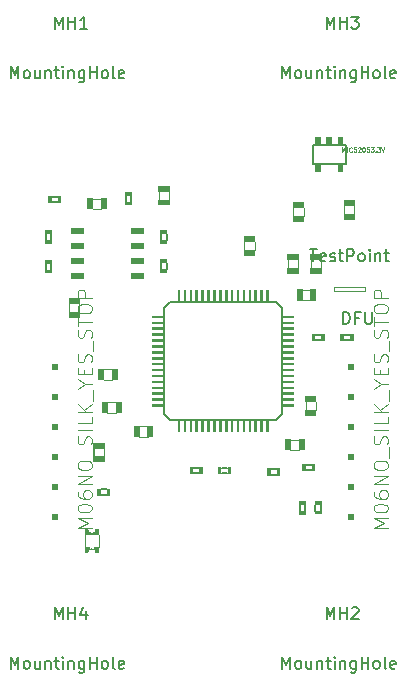
<source format=gbr>
G04 #@! TF.GenerationSoftware,KiCad,Pcbnew,5.0.2+dfsg1-1*
G04 #@! TF.CreationDate,2020-08-15T21:59:55-04:00*
G04 #@! TF.ProjectId,interceptor,696e7465-7263-4657-9074-6f722e6b6963,rev?*
G04 #@! TF.SameCoordinates,Original*
G04 #@! TF.FileFunction,Other,Fab,Top*
%FSLAX46Y46*%
G04 Gerber Fmt 4.6, Leading zero omitted, Abs format (unit mm)*
G04 Created by KiCad (PCBNEW 5.0.2+dfsg1-1) date Sat 15 Aug 2020 09:59:55 PM EDT*
%MOMM*%
%LPD*%
G01*
G04 APERTURE LIST*
%ADD10C,0.100000*%
%ADD11C,0.101600*%
%ADD12C,0.152400*%
%ADD13C,0.120000*%
%ADD14C,0.030886*%
%ADD15C,0.096520*%
%ADD16C,0.150000*%
G04 APERTURE END LIST*
D10*
G04 #@! TO.C,U6*
G36*
X134200000Y-98550000D02*
X134200000Y-98060000D01*
X133100000Y-98060000D01*
X133100000Y-98550000D01*
X134200000Y-98550000D01*
G37*
G36*
X134200000Y-97280000D02*
X134200000Y-96790000D01*
X133100000Y-96790000D01*
X133100000Y-97280000D01*
X134200000Y-97280000D01*
G37*
G36*
X134200000Y-96010000D02*
X134200000Y-95520000D01*
X133100000Y-95520000D01*
X133100000Y-96010000D01*
X134200000Y-96010000D01*
G37*
G36*
X134200000Y-94740000D02*
X134200000Y-94250000D01*
X133100000Y-94250000D01*
X133100000Y-94740000D01*
X134200000Y-94740000D01*
G37*
G36*
X139300000Y-94740000D02*
X139300000Y-94250000D01*
X138200000Y-94250000D01*
X138200000Y-94740000D01*
X139300000Y-94740000D01*
G37*
G36*
X139300000Y-96010000D02*
X139300000Y-95520000D01*
X138200000Y-95520000D01*
X138200000Y-96010000D01*
X139300000Y-96010000D01*
G37*
G36*
X139300000Y-97280000D02*
X139300000Y-96790000D01*
X138200000Y-96790000D01*
X138200000Y-97280000D01*
X139300000Y-97280000D01*
G37*
G36*
X139300000Y-98550000D02*
X139300000Y-98060000D01*
X138200000Y-98060000D01*
X138200000Y-98550000D01*
X139300000Y-98550000D01*
G37*
G04 #@! TO.C,C1*
G36*
X153402100Y-100385100D02*
X153902200Y-100385100D01*
X153902200Y-99435100D01*
X153402100Y-99435100D01*
X153402100Y-100385100D01*
G37*
G36*
X152233700Y-100385100D02*
X152733800Y-100385100D01*
X152733800Y-99435100D01*
X152233700Y-99435100D01*
X152233700Y-100385100D01*
G37*
D11*
X152715900Y-100334200D02*
X153427900Y-100334200D01*
X152715900Y-99483200D02*
X153427900Y-99483200D01*
D10*
G04 #@! TO.C,C10*
G36*
X152398800Y-96943400D02*
X152398800Y-96443300D01*
X151448800Y-96443300D01*
X151448800Y-96943400D01*
X152398800Y-96943400D01*
G37*
G36*
X152398800Y-98111800D02*
X152398800Y-97611700D01*
X151448800Y-97611700D01*
X151448800Y-98111800D01*
X152398800Y-98111800D01*
G37*
D11*
X152347900Y-97629600D02*
X152347900Y-96917600D01*
X151496900Y-97629600D02*
X151496900Y-96917600D01*
D10*
G04 #@! TO.C,C11*
G36*
X138938900Y-110991700D02*
X138438800Y-110991700D01*
X138438800Y-111941700D01*
X138938900Y-111941700D01*
X138938900Y-110991700D01*
G37*
G36*
X140107300Y-110991700D02*
X139607200Y-110991700D01*
X139607200Y-111941700D01*
X140107300Y-111941700D01*
X140107300Y-110991700D01*
G37*
D11*
X139625100Y-111042600D02*
X138913100Y-111042600D01*
X139625100Y-111893600D02*
X138913100Y-111893600D01*
D10*
G04 #@! TO.C,C12*
G36*
X154354600Y-96943400D02*
X154354600Y-96443300D01*
X153404600Y-96443300D01*
X153404600Y-96943400D01*
X154354600Y-96943400D01*
G37*
G36*
X154354600Y-98111800D02*
X154354600Y-97611700D01*
X153404600Y-97611700D01*
X153404600Y-98111800D01*
X154354600Y-98111800D01*
G37*
D11*
X154303700Y-97629600D02*
X154303700Y-96917600D01*
X153452700Y-97629600D02*
X153452700Y-96917600D01*
D10*
G04 #@! TO.C,C13*
G36*
X136246500Y-108959700D02*
X135746400Y-108959700D01*
X135746400Y-109909700D01*
X136246500Y-109909700D01*
X136246500Y-108959700D01*
G37*
G36*
X137414900Y-108959700D02*
X136914800Y-108959700D01*
X136914800Y-109909700D01*
X137414900Y-109909700D01*
X137414900Y-108959700D01*
G37*
D11*
X136932700Y-109010600D02*
X136220700Y-109010600D01*
X136932700Y-109861600D02*
X136220700Y-109861600D01*
D10*
G04 #@! TO.C,C15*
G36*
X152869900Y-92569800D02*
X152869900Y-92069700D01*
X151919900Y-92069700D01*
X151919900Y-92569800D01*
X152869900Y-92569800D01*
G37*
G36*
X152869900Y-93738200D02*
X152869900Y-93238100D01*
X151919900Y-93238100D01*
X151919900Y-93738200D01*
X152869900Y-93738200D01*
G37*
D11*
X152819000Y-93256000D02*
X152819000Y-92544000D01*
X151968000Y-93256000D02*
X151968000Y-92544000D01*
D10*
G04 #@! TO.C,C16*
G36*
X157169900Y-92369800D02*
X157169900Y-91869700D01*
X156219900Y-91869700D01*
X156219900Y-92369800D01*
X157169900Y-92369800D01*
G37*
G36*
X157169900Y-93538200D02*
X157169900Y-93038100D01*
X156219900Y-93038100D01*
X156219900Y-93538200D01*
X157169900Y-93538200D01*
G37*
D11*
X157119000Y-93056000D02*
X157119000Y-92344000D01*
X156268000Y-93056000D02*
X156268000Y-92344000D01*
D10*
G04 #@! TO.C,C2*
G36*
X151740500Y-112109300D02*
X151240400Y-112109300D01*
X151240400Y-113059300D01*
X151740500Y-113059300D01*
X151740500Y-112109300D01*
G37*
G36*
X152908900Y-112109300D02*
X152408800Y-112109300D01*
X152408800Y-113059300D01*
X152908900Y-113059300D01*
X152908900Y-112109300D01*
G37*
D11*
X152426700Y-112160200D02*
X151714700Y-112160200D01*
X152426700Y-113011200D02*
X151714700Y-113011200D01*
D10*
G04 #@! TO.C,C26*
G36*
X135680200Y-92669900D02*
X136180300Y-92669900D01*
X136180300Y-91719900D01*
X135680200Y-91719900D01*
X135680200Y-92669900D01*
G37*
G36*
X134511800Y-92669900D02*
X135011900Y-92669900D01*
X135011900Y-91719900D01*
X134511800Y-91719900D01*
X134511800Y-92669900D01*
G37*
D11*
X134994000Y-92619000D02*
X135706000Y-92619000D01*
X134994000Y-91768000D02*
X135706000Y-91768000D01*
D10*
G04 #@! TO.C,C3*
G36*
X132930100Y-101330200D02*
X132930100Y-101830300D01*
X133880100Y-101830300D01*
X133880100Y-101330200D01*
X132930100Y-101330200D01*
G37*
G36*
X132930100Y-100161800D02*
X132930100Y-100661900D01*
X133880100Y-100661900D01*
X133880100Y-100161800D01*
X132930100Y-100161800D01*
G37*
D11*
X132981000Y-100644000D02*
X132981000Y-101356000D01*
X133832000Y-100644000D02*
X133832000Y-101356000D01*
D10*
G04 #@! TO.C,C4*
G36*
X135941700Y-106165700D02*
X135441600Y-106165700D01*
X135441600Y-107115700D01*
X135941700Y-107115700D01*
X135941700Y-106165700D01*
G37*
G36*
X137110100Y-106165700D02*
X136610000Y-106165700D01*
X136610000Y-107115700D01*
X137110100Y-107115700D01*
X137110100Y-106165700D01*
G37*
D11*
X136627900Y-106216600D02*
X135915900Y-106216600D01*
X136627900Y-107067600D02*
X135915900Y-107067600D01*
D10*
G04 #@! TO.C,C8*
G36*
X153912200Y-108997800D02*
X153912200Y-108497700D01*
X152962200Y-108497700D01*
X152962200Y-108997800D01*
X153912200Y-108997800D01*
G37*
G36*
X153912200Y-110166200D02*
X153912200Y-109666100D01*
X152962200Y-109666100D01*
X152962200Y-110166200D01*
X153912200Y-110166200D01*
G37*
D11*
X153861300Y-109684000D02*
X153861300Y-108972000D01*
X153010300Y-109684000D02*
X153010300Y-108972000D01*
D10*
G04 #@! TO.C,C9*
G36*
X135030100Y-113580200D02*
X135030100Y-114080300D01*
X135980100Y-114080300D01*
X135980100Y-113580200D01*
X135030100Y-113580200D01*
G37*
G36*
X135030100Y-112411800D02*
X135030100Y-112911900D01*
X135980100Y-112911900D01*
X135980100Y-112411800D01*
X135030100Y-112411800D01*
G37*
D11*
X135081000Y-112894000D02*
X135081000Y-113606000D01*
X135932000Y-112894000D02*
X135932000Y-113606000D01*
D10*
G04 #@! TO.C,R1*
G36*
X140695200Y-95258800D02*
X140695200Y-95558800D01*
X141295100Y-95558800D01*
X141295100Y-95258800D01*
X140695200Y-95258800D01*
G37*
G36*
X140695200Y-94446000D02*
X140695200Y-94746000D01*
X141295100Y-94746000D01*
X141295100Y-94446000D01*
X140695200Y-94446000D01*
G37*
D12*
X140776000Y-95245000D02*
X140776000Y-94755000D01*
X141224000Y-94755000D02*
X141224000Y-95245000D01*
D10*
G04 #@! TO.C,R13*
G36*
X136158800Y-116904800D02*
X136458800Y-116904800D01*
X136458800Y-116304900D01*
X136158800Y-116304900D01*
X136158800Y-116904800D01*
G37*
G36*
X135346000Y-116904800D02*
X135646000Y-116904800D01*
X135646000Y-116304900D01*
X135346000Y-116304900D01*
X135346000Y-116904800D01*
G37*
D12*
X136145000Y-116824000D02*
X135655000Y-116824000D01*
X135655000Y-116376000D02*
X136145000Y-116376000D01*
D10*
G04 #@! TO.C,R16*
G36*
X143480700Y-114458800D02*
X143180700Y-114458800D01*
X143180700Y-115058700D01*
X143480700Y-115058700D01*
X143480700Y-114458800D01*
G37*
G36*
X144293500Y-114458800D02*
X143993500Y-114458800D01*
X143993500Y-115058700D01*
X144293500Y-115058700D01*
X144293500Y-114458800D01*
G37*
D12*
X143494500Y-114539600D02*
X143984500Y-114539600D01*
X143984500Y-114987600D02*
X143494500Y-114987600D01*
D10*
G04 #@! TO.C,R17*
G36*
X145868300Y-114458800D02*
X145568300Y-114458800D01*
X145568300Y-115058700D01*
X145868300Y-115058700D01*
X145868300Y-114458800D01*
G37*
G36*
X146681100Y-114458800D02*
X146381100Y-114458800D01*
X146381100Y-115058700D01*
X146681100Y-115058700D01*
X146681100Y-114458800D01*
G37*
D12*
X145882100Y-114539600D02*
X146372100Y-114539600D01*
X146372100Y-114987600D02*
X145882100Y-114987600D01*
D10*
G04 #@! TO.C,R2*
G36*
X130945200Y-97758800D02*
X130945200Y-98058800D01*
X131545100Y-98058800D01*
X131545100Y-97758800D01*
X130945200Y-97758800D01*
G37*
G36*
X130945200Y-96946000D02*
X130945200Y-97246000D01*
X131545100Y-97246000D01*
X131545100Y-96946000D01*
X130945200Y-96946000D01*
G37*
D12*
X131026000Y-97745000D02*
X131026000Y-97255000D01*
X131474000Y-97255000D02*
X131474000Y-97745000D01*
D10*
G04 #@! TO.C,R23*
G36*
X156758800Y-103804800D02*
X157058800Y-103804800D01*
X157058800Y-103204900D01*
X156758800Y-103204900D01*
X156758800Y-103804800D01*
G37*
G36*
X155946000Y-103804800D02*
X156246000Y-103804800D01*
X156246000Y-103204900D01*
X155946000Y-103204900D01*
X155946000Y-103804800D01*
G37*
D12*
X156745000Y-103724000D02*
X156255000Y-103724000D01*
X156255000Y-103276000D02*
X156745000Y-103276000D01*
D10*
G04 #@! TO.C,R24*
G36*
X153508800Y-114804800D02*
X153808800Y-114804800D01*
X153808800Y-114204900D01*
X153508800Y-114204900D01*
X153508800Y-114804800D01*
G37*
G36*
X152696000Y-114804800D02*
X152996000Y-114804800D01*
X152996000Y-114204900D01*
X152696000Y-114204900D01*
X152696000Y-114804800D01*
G37*
D12*
X153495000Y-114724000D02*
X153005000Y-114724000D01*
X153005000Y-114276000D02*
X153495000Y-114276000D01*
D10*
G04 #@! TO.C,R25*
G36*
X150041200Y-114595200D02*
X149741200Y-114595200D01*
X149741200Y-115195100D01*
X150041200Y-115195100D01*
X150041200Y-114595200D01*
G37*
G36*
X150854000Y-114595200D02*
X150554000Y-114595200D01*
X150554000Y-115195100D01*
X150854000Y-115195100D01*
X150854000Y-114595200D01*
G37*
D12*
X150055000Y-114676000D02*
X150545000Y-114676000D01*
X150545000Y-115124000D02*
X150055000Y-115124000D01*
D10*
G04 #@! TO.C,R26*
G36*
X154308800Y-103804800D02*
X154608800Y-103804800D01*
X154608800Y-103204900D01*
X154308800Y-103204900D01*
X154308800Y-103804800D01*
G37*
G36*
X153496000Y-103804800D02*
X153796000Y-103804800D01*
X153796000Y-103204900D01*
X153496000Y-103204900D01*
X153496000Y-103804800D01*
G37*
D12*
X154295000Y-103724000D02*
X153805000Y-103724000D01*
X153805000Y-103276000D02*
X154295000Y-103276000D01*
D10*
G04 #@! TO.C,R3*
G36*
X140695200Y-97708800D02*
X140695200Y-98008800D01*
X141295100Y-98008800D01*
X141295100Y-97708800D01*
X140695200Y-97708800D01*
G37*
G36*
X140695200Y-96896000D02*
X140695200Y-97196000D01*
X141295100Y-97196000D01*
X141295100Y-96896000D01*
X140695200Y-96896000D01*
G37*
D12*
X140776000Y-97695000D02*
X140776000Y-97205000D01*
X141224000Y-97205000D02*
X141224000Y-97695000D01*
D10*
G04 #@! TO.C,R4*
G36*
X130945200Y-95258800D02*
X130945200Y-95558800D01*
X131545100Y-95558800D01*
X131545100Y-95258800D01*
X130945200Y-95258800D01*
G37*
G36*
X130945200Y-94446000D02*
X130945200Y-94746000D01*
X131545100Y-94746000D01*
X131545100Y-94446000D01*
X130945200Y-94446000D01*
G37*
D12*
X131026000Y-95245000D02*
X131026000Y-94755000D01*
X131474000Y-94755000D02*
X131474000Y-95245000D01*
D10*
G04 #@! TO.C,U1*
G36*
X149665500Y-100518000D02*
X149885500Y-100518000D01*
X149885500Y-99518000D01*
X149665500Y-99518000D01*
X149665500Y-100518000D01*
G37*
G36*
X149165500Y-100518000D02*
X149385500Y-100518000D01*
X149385500Y-99518000D01*
X149165500Y-99518000D01*
X149165500Y-100518000D01*
G37*
G36*
X148665500Y-100518000D02*
X148885500Y-100518000D01*
X148885500Y-99518000D01*
X148665500Y-99518000D01*
X148665500Y-100518000D01*
G37*
G36*
X148165500Y-100518000D02*
X148385500Y-100518000D01*
X148385500Y-99518000D01*
X148165500Y-99518000D01*
X148165500Y-100518000D01*
G37*
G36*
X147665500Y-100518000D02*
X147885500Y-100518000D01*
X147885500Y-99518000D01*
X147665500Y-99518000D01*
X147665500Y-100518000D01*
G37*
G36*
X147165500Y-100518000D02*
X147385500Y-100518000D01*
X147385500Y-99518000D01*
X147165500Y-99518000D01*
X147165500Y-100518000D01*
G37*
G36*
X146665500Y-100518000D02*
X146885500Y-100518000D01*
X146885500Y-99518000D01*
X146665500Y-99518000D01*
X146665500Y-100518000D01*
G37*
G36*
X146165500Y-100518000D02*
X146385500Y-100518000D01*
X146385500Y-99518000D01*
X146165500Y-99518000D01*
X146165500Y-100518000D01*
G37*
G36*
X145665500Y-100518000D02*
X145885500Y-100518000D01*
X145885500Y-99518000D01*
X145665500Y-99518000D01*
X145665500Y-100518000D01*
G37*
G36*
X145165500Y-100518000D02*
X145385500Y-100518000D01*
X145385500Y-99518000D01*
X145165500Y-99518000D01*
X145165500Y-100518000D01*
G37*
G36*
X144665500Y-100518000D02*
X144885500Y-100518000D01*
X144885500Y-99518000D01*
X144665500Y-99518000D01*
X144665500Y-100518000D01*
G37*
G36*
X144165500Y-100518000D02*
X144385500Y-100518000D01*
X144385500Y-99518000D01*
X144165500Y-99518000D01*
X144165500Y-100518000D01*
G37*
G36*
X143665500Y-100518000D02*
X143885500Y-100518000D01*
X143885500Y-99518000D01*
X143665500Y-99518000D01*
X143665500Y-100518000D01*
G37*
G36*
X143165500Y-100518000D02*
X143385500Y-100518000D01*
X143385500Y-99518000D01*
X143165500Y-99518000D01*
X143165500Y-100518000D01*
G37*
G36*
X142665500Y-100518000D02*
X142885500Y-100518000D01*
X142885500Y-99518000D01*
X142665500Y-99518000D01*
X142665500Y-100518000D01*
G37*
G36*
X151025500Y-109378000D02*
X152025500Y-109378000D01*
X152025500Y-109158000D01*
X151025500Y-109158000D01*
X151025500Y-109378000D01*
G37*
G36*
X151025500Y-108878000D02*
X152025500Y-108878000D01*
X152025500Y-108658000D01*
X151025500Y-108658000D01*
X151025500Y-108878000D01*
G37*
G36*
X151025500Y-108378000D02*
X152025500Y-108378000D01*
X152025500Y-108158000D01*
X151025500Y-108158000D01*
X151025500Y-108378000D01*
G37*
G36*
X151025500Y-107878000D02*
X152025500Y-107878000D01*
X152025500Y-107658000D01*
X151025500Y-107658000D01*
X151025500Y-107878000D01*
G37*
G36*
X151025500Y-107378000D02*
X152025500Y-107378000D01*
X152025500Y-107158000D01*
X151025500Y-107158000D01*
X151025500Y-107378000D01*
G37*
G36*
X151025500Y-106878000D02*
X152025500Y-106878000D01*
X152025500Y-106658000D01*
X151025500Y-106658000D01*
X151025500Y-106878000D01*
G37*
G36*
X151025500Y-106378000D02*
X152025500Y-106378000D01*
X152025500Y-106158000D01*
X151025500Y-106158000D01*
X151025500Y-106378000D01*
G37*
G36*
X151025500Y-105878000D02*
X152025500Y-105878000D01*
X152025500Y-105658000D01*
X151025500Y-105658000D01*
X151025500Y-105878000D01*
G37*
G36*
X151025500Y-105378000D02*
X152025500Y-105378000D01*
X152025500Y-105158000D01*
X151025500Y-105158000D01*
X151025500Y-105378000D01*
G37*
G36*
X151025500Y-104878000D02*
X152025500Y-104878000D01*
X152025500Y-104658000D01*
X151025500Y-104658000D01*
X151025500Y-104878000D01*
G37*
G36*
X151025500Y-104378000D02*
X152025500Y-104378000D01*
X152025500Y-104158000D01*
X151025500Y-104158000D01*
X151025500Y-104378000D01*
G37*
G36*
X151025500Y-103878000D02*
X152025500Y-103878000D01*
X152025500Y-103658000D01*
X151025500Y-103658000D01*
X151025500Y-103878000D01*
G37*
G36*
X151025500Y-103378000D02*
X152025500Y-103378000D01*
X152025500Y-103158000D01*
X151025500Y-103158000D01*
X151025500Y-103378000D01*
G37*
G36*
X151025500Y-102878000D02*
X152025500Y-102878000D01*
X152025500Y-102658000D01*
X151025500Y-102658000D01*
X151025500Y-102878000D01*
G37*
G36*
X151025500Y-102378000D02*
X152025500Y-102378000D01*
X152025500Y-102158000D01*
X151025500Y-102158000D01*
X151025500Y-102378000D01*
G37*
G36*
X149665500Y-111518000D02*
X149885500Y-111518000D01*
X149885500Y-110518000D01*
X149665500Y-110518000D01*
X149665500Y-111518000D01*
G37*
G36*
X149165500Y-111518000D02*
X149385500Y-111518000D01*
X149385500Y-110518000D01*
X149165500Y-110518000D01*
X149165500Y-111518000D01*
G37*
G36*
X148665500Y-111518000D02*
X148885500Y-111518000D01*
X148885500Y-110518000D01*
X148665500Y-110518000D01*
X148665500Y-111518000D01*
G37*
G36*
X148165500Y-111518000D02*
X148385500Y-111518000D01*
X148385500Y-110518000D01*
X148165500Y-110518000D01*
X148165500Y-111518000D01*
G37*
G36*
X147665500Y-111518000D02*
X147885500Y-111518000D01*
X147885500Y-110518000D01*
X147665500Y-110518000D01*
X147665500Y-111518000D01*
G37*
G36*
X147165500Y-111518000D02*
X147385500Y-111518000D01*
X147385500Y-110518000D01*
X147165500Y-110518000D01*
X147165500Y-111518000D01*
G37*
G36*
X146665500Y-111518000D02*
X146885500Y-111518000D01*
X146885500Y-110518000D01*
X146665500Y-110518000D01*
X146665500Y-111518000D01*
G37*
G36*
X146165500Y-111518000D02*
X146385500Y-111518000D01*
X146385500Y-110518000D01*
X146165500Y-110518000D01*
X146165500Y-111518000D01*
G37*
G36*
X145665500Y-111518000D02*
X145885500Y-111518000D01*
X145885500Y-110518000D01*
X145665500Y-110518000D01*
X145665500Y-111518000D01*
G37*
G36*
X145165500Y-111518000D02*
X145385500Y-111518000D01*
X145385500Y-110518000D01*
X145165500Y-110518000D01*
X145165500Y-111518000D01*
G37*
G36*
X144665500Y-111518000D02*
X144885500Y-111518000D01*
X144885500Y-110518000D01*
X144665500Y-110518000D01*
X144665500Y-111518000D01*
G37*
G36*
X144165500Y-111518000D02*
X144385500Y-111518000D01*
X144385500Y-110518000D01*
X144165500Y-110518000D01*
X144165500Y-111518000D01*
G37*
G36*
X143665500Y-111518000D02*
X143885500Y-111518000D01*
X143885500Y-110518000D01*
X143665500Y-110518000D01*
X143665500Y-111518000D01*
G37*
G36*
X143165500Y-111518000D02*
X143385500Y-111518000D01*
X143385500Y-110518000D01*
X143165500Y-110518000D01*
X143165500Y-111518000D01*
G37*
G36*
X142665500Y-111518000D02*
X142885500Y-111518000D01*
X142885500Y-110518000D01*
X142665500Y-110518000D01*
X142665500Y-111518000D01*
G37*
G36*
X140025500Y-109378000D02*
X141025500Y-109378000D01*
X141025500Y-109158000D01*
X140025500Y-109158000D01*
X140025500Y-109378000D01*
G37*
G36*
X140025500Y-108878000D02*
X141025500Y-108878000D01*
X141025500Y-108658000D01*
X140025500Y-108658000D01*
X140025500Y-108878000D01*
G37*
G36*
X140025500Y-108378000D02*
X141025500Y-108378000D01*
X141025500Y-108158000D01*
X140025500Y-108158000D01*
X140025500Y-108378000D01*
G37*
G36*
X140025500Y-107878000D02*
X141025500Y-107878000D01*
X141025500Y-107658000D01*
X140025500Y-107658000D01*
X140025500Y-107878000D01*
G37*
G36*
X140025500Y-107378000D02*
X141025500Y-107378000D01*
X141025500Y-107158000D01*
X140025500Y-107158000D01*
X140025500Y-107378000D01*
G37*
G36*
X140025500Y-106878000D02*
X141025500Y-106878000D01*
X141025500Y-106658000D01*
X140025500Y-106658000D01*
X140025500Y-106878000D01*
G37*
G36*
X140025500Y-106378000D02*
X141025500Y-106378000D01*
X141025500Y-106158000D01*
X140025500Y-106158000D01*
X140025500Y-106378000D01*
G37*
G36*
X140025500Y-105878000D02*
X141025500Y-105878000D01*
X141025500Y-105658000D01*
X140025500Y-105658000D01*
X140025500Y-105878000D01*
G37*
G36*
X140025500Y-105378000D02*
X141025500Y-105378000D01*
X141025500Y-105158000D01*
X140025500Y-105158000D01*
X140025500Y-105378000D01*
G37*
G36*
X140025500Y-104878000D02*
X141025500Y-104878000D01*
X141025500Y-104658000D01*
X140025500Y-104658000D01*
X140025500Y-104878000D01*
G37*
G36*
X140025500Y-104378000D02*
X141025500Y-104378000D01*
X141025500Y-104158000D01*
X140025500Y-104158000D01*
X140025500Y-104378000D01*
G37*
G36*
X140025500Y-103878000D02*
X141025500Y-103878000D01*
X141025500Y-103658000D01*
X140025500Y-103658000D01*
X140025500Y-103878000D01*
G37*
G36*
X140025500Y-103378000D02*
X141025500Y-103378000D01*
X141025500Y-103158000D01*
X140025500Y-103158000D01*
X140025500Y-103378000D01*
G37*
G36*
X140025500Y-102878000D02*
X141025500Y-102878000D01*
X141025500Y-102658000D01*
X140025500Y-102658000D01*
X140025500Y-102878000D01*
G37*
G36*
X140025500Y-102378000D02*
X141025500Y-102378000D01*
X141025500Y-102158000D01*
X140025500Y-102158000D01*
X140025500Y-102378000D01*
G37*
G36*
X142165500Y-100518000D02*
X142385500Y-100518000D01*
X142385500Y-99518000D01*
X142165500Y-99518000D01*
X142165500Y-100518000D01*
G37*
G36*
X151025500Y-101878000D02*
X152025500Y-101878000D01*
X152025500Y-101658000D01*
X151025500Y-101658000D01*
X151025500Y-101878000D01*
G37*
G36*
X142165500Y-111518000D02*
X142385500Y-111518000D01*
X142385500Y-110518000D01*
X142165500Y-110518000D01*
X142165500Y-111518000D01*
G37*
G36*
X140025500Y-101878000D02*
X141025500Y-101878000D01*
X141025500Y-101658000D01*
X140025500Y-101658000D01*
X140025500Y-101878000D01*
G37*
D12*
X141525500Y-100518000D02*
X150525500Y-100518000D01*
X150525500Y-100518000D02*
X151025500Y-101018000D01*
X151025500Y-101018000D02*
X151025500Y-110018000D01*
X151025500Y-110018000D02*
X150525500Y-110518000D01*
X150525500Y-110518000D02*
X141525500Y-110518000D01*
X141525500Y-110518000D02*
X141025500Y-110018000D01*
X141025500Y-110018000D02*
X141025500Y-101018000D01*
X141025500Y-101018000D02*
X141525500Y-100518000D01*
D10*
G04 #@! TO.C,U2*
G36*
X156200000Y-88850000D02*
X155700000Y-88850000D01*
X155700000Y-89500000D01*
X156200000Y-89500000D01*
X156200000Y-88850000D01*
G37*
G36*
X154300000Y-88850000D02*
X153800000Y-88850000D01*
X153800000Y-89500000D01*
X154300000Y-89500000D01*
X154300000Y-88850000D01*
G37*
G36*
X154300000Y-86500000D02*
X153800000Y-86500000D01*
X153800000Y-87150000D01*
X154300000Y-87150000D01*
X154300000Y-86500000D01*
G37*
G36*
X155250000Y-86500000D02*
X154750000Y-86500000D01*
X154750000Y-87150000D01*
X155250000Y-87150000D01*
X155250000Y-86500000D01*
G37*
G36*
X156200000Y-86500000D02*
X155700000Y-86500000D01*
X155700000Y-87150000D01*
X156200000Y-87150000D01*
X156200000Y-86500000D01*
G37*
D12*
X156400000Y-88800000D02*
X156400000Y-87200000D01*
X153600000Y-88800000D02*
X153600000Y-87200000D01*
X156400000Y-88800000D02*
X153600000Y-88800000D01*
X153600000Y-87200000D02*
X156400000Y-87200000D01*
D10*
G04 #@! TO.C,R7*
G36*
X137695200Y-92008800D02*
X137695200Y-92308800D01*
X138295100Y-92308800D01*
X138295100Y-92008800D01*
X137695200Y-92008800D01*
G37*
G36*
X137695200Y-91196000D02*
X137695200Y-91496000D01*
X138295100Y-91496000D01*
X138295100Y-91196000D01*
X137695200Y-91196000D01*
G37*
D12*
X137776000Y-91995000D02*
X137776000Y-91505000D01*
X138224000Y-91505000D02*
X138224000Y-91995000D01*
D10*
G04 #@! TO.C,R8*
G36*
X132008800Y-92104800D02*
X132308800Y-92104800D01*
X132308800Y-91504900D01*
X132008800Y-91504900D01*
X132008800Y-92104800D01*
G37*
G36*
X131196000Y-92104800D02*
X131496000Y-92104800D01*
X131496000Y-91504900D01*
X131196000Y-91504900D01*
X131196000Y-92104800D01*
G37*
D12*
X131995000Y-92024000D02*
X131505000Y-92024000D01*
X131505000Y-91576000D02*
X131995000Y-91576000D01*
D10*
G04 #@! TO.C,C5*
G36*
X148719900Y-95419800D02*
X148719900Y-94919700D01*
X147769900Y-94919700D01*
X147769900Y-95419800D01*
X148719900Y-95419800D01*
G37*
G36*
X148719900Y-96588200D02*
X148719900Y-96088100D01*
X147769900Y-96088100D01*
X147769900Y-96588200D01*
X148719900Y-96588200D01*
G37*
D11*
X148669000Y-96106000D02*
X148669000Y-95394000D01*
X147818000Y-96106000D02*
X147818000Y-95394000D01*
D10*
G04 #@! TO.C,C6*
G36*
X140530100Y-91830200D02*
X140530100Y-92330300D01*
X141480100Y-92330300D01*
X141480100Y-91830200D01*
X140530100Y-91830200D01*
G37*
G36*
X140530100Y-90661800D02*
X140530100Y-91161900D01*
X141480100Y-91161900D01*
X141480100Y-90661800D01*
X140530100Y-90661800D01*
G37*
D11*
X140581000Y-91144000D02*
X140581000Y-91856000D01*
X141432000Y-91144000D02*
X141432000Y-91856000D01*
D10*
G04 #@! TO.C,R5*
G36*
X152400900Y-118197400D02*
X152400900Y-118497400D01*
X153000800Y-118497400D01*
X153000800Y-118197400D01*
X152400900Y-118197400D01*
G37*
G36*
X152400900Y-117384600D02*
X152400900Y-117684600D01*
X153000800Y-117684600D01*
X153000800Y-117384600D01*
X152400900Y-117384600D01*
G37*
D12*
X152481700Y-118183600D02*
X152481700Y-117693600D01*
X152929700Y-117693600D02*
X152929700Y-118183600D01*
D10*
G04 #@! TO.C,R6*
G36*
X154356700Y-117679800D02*
X154356700Y-117379800D01*
X153756800Y-117379800D01*
X153756800Y-117679800D01*
X154356700Y-117679800D01*
G37*
G36*
X154356700Y-118492600D02*
X154356700Y-118192600D01*
X153756800Y-118192600D01*
X153756800Y-118492600D01*
X154356700Y-118492600D01*
G37*
D12*
X154275900Y-117693600D02*
X154275900Y-118183600D01*
X153827900Y-118183600D02*
X153827900Y-117693600D01*
D10*
G04 #@! TO.C,J1*
G36*
X157099900Y-118954600D02*
X157099900Y-118446600D01*
X156591900Y-118446600D01*
X156591900Y-118954600D01*
X157099900Y-118954600D01*
G37*
G36*
X157099900Y-116414600D02*
X157099900Y-115906600D01*
X156591900Y-115906600D01*
X156591900Y-116414600D01*
X157099900Y-116414600D01*
G37*
G36*
X157099900Y-113874600D02*
X157099900Y-113366600D01*
X156591900Y-113366600D01*
X156591900Y-113874600D01*
X157099900Y-113874600D01*
G37*
G36*
X157099900Y-111334600D02*
X157099900Y-110826600D01*
X156591900Y-110826600D01*
X156591900Y-111334600D01*
X157099900Y-111334600D01*
G37*
G36*
X157099900Y-108794600D02*
X157099900Y-108286600D01*
X156591900Y-108286600D01*
X156591900Y-108794600D01*
X157099900Y-108794600D01*
G37*
G36*
X157099900Y-106254600D02*
X157099900Y-105746600D01*
X156591900Y-105746600D01*
X156591900Y-106254600D01*
X157099900Y-106254600D01*
G37*
G04 #@! TO.C,J2*
G36*
X132030100Y-118954600D02*
X132030100Y-118446600D01*
X131522100Y-118446600D01*
X131522100Y-118954600D01*
X132030100Y-118954600D01*
G37*
G36*
X132030100Y-116414600D02*
X132030100Y-115906600D01*
X131522100Y-115906600D01*
X131522100Y-116414600D01*
X132030100Y-116414600D01*
G37*
G36*
X132030100Y-113874600D02*
X132030100Y-113366600D01*
X131522100Y-113366600D01*
X131522100Y-113874600D01*
X132030100Y-113874600D01*
G37*
G36*
X132030100Y-111334600D02*
X132030100Y-110826600D01*
X131522100Y-110826600D01*
X131522100Y-111334600D01*
X132030100Y-111334600D01*
G37*
G36*
X132030100Y-108794600D02*
X132030100Y-108286600D01*
X131522100Y-108286600D01*
X131522100Y-108794600D01*
X132030100Y-108794600D01*
G37*
G36*
X132030100Y-106254600D02*
X132030100Y-105746600D01*
X131522100Y-105746600D01*
X131522100Y-106254600D01*
X132030100Y-106254600D01*
G37*
D11*
G04 #@! TO.C,LED1*
X135250000Y-119750000D02*
G75*
G02X134550000Y-119750000I-350000J0D01*
G01*
X135250000Y-121750000D02*
G75*
G03X134550000Y-121750000I-350000J0D01*
G01*
X135475000Y-120225000D02*
X135475000Y-121275000D01*
X134325000Y-121250000D02*
X134325000Y-119825000D01*
X134553000Y-119900000D02*
G75*
G03X134553000Y-119900000I-103000J0D01*
G01*
D10*
G36*
X135200000Y-120250000D02*
X135525000Y-120250000D01*
X135525000Y-119750000D01*
X135200000Y-119750000D01*
X135200000Y-120250000D01*
G37*
G36*
X134575000Y-120250000D02*
X134725000Y-120250000D01*
X134725000Y-120000000D01*
X134575000Y-120000000D01*
X134575000Y-120250000D01*
G37*
G36*
X135075000Y-120250000D02*
X135225000Y-120250000D01*
X135225000Y-120000000D01*
X135075000Y-120000000D01*
X135075000Y-120250000D01*
G37*
G36*
X134700000Y-120250000D02*
X135100000Y-120250000D01*
X135100000Y-120075000D01*
X134700000Y-120075000D01*
X134700000Y-120250000D01*
G37*
G36*
X135200000Y-121750000D02*
X135525000Y-121750000D01*
X135525000Y-121250000D01*
X135200000Y-121250000D01*
X135200000Y-121750000D01*
G37*
G36*
X134275000Y-121750000D02*
X134600000Y-121750000D01*
X134600000Y-121250000D01*
X134275000Y-121250000D01*
X134275000Y-121750000D01*
G37*
G36*
X135075000Y-121500000D02*
X135225000Y-121500000D01*
X135225000Y-121250000D01*
X135075000Y-121250000D01*
X135075000Y-121500000D01*
G37*
G36*
X134575000Y-121500000D02*
X134725000Y-121500000D01*
X134725000Y-121250000D01*
X134575000Y-121250000D01*
X134575000Y-121500000D01*
G37*
G36*
X134300000Y-120250000D02*
X134600000Y-120250000D01*
X134600000Y-119950000D01*
X134300000Y-119950000D01*
X134300000Y-120250000D01*
G37*
G36*
X134275000Y-119825000D02*
X134500000Y-119825000D01*
X134500000Y-119750000D01*
X134275000Y-119750000D01*
X134275000Y-119825000D01*
G37*
D13*
G04 #@! TO.C,DFU*
X155400000Y-99200000D02*
X155400000Y-99600000D01*
X155400000Y-99600000D02*
X158000000Y-99600000D01*
X158000000Y-99600000D02*
X158000000Y-99200000D01*
X158000000Y-99200000D02*
X155400000Y-99200000D01*
G04 #@! TD*
G04 #@! TO.C,U2*
D14*
X156064499Y-87791115D02*
X156064499Y-87405035D01*
X156193193Y-87680806D01*
X156321886Y-87405035D01*
X156321886Y-87791115D01*
X156505733Y-87791115D02*
X156505733Y-87405035D01*
X156910198Y-87754345D02*
X156891813Y-87772730D01*
X156836659Y-87791115D01*
X156799890Y-87791115D01*
X156744735Y-87772730D01*
X156707966Y-87735960D01*
X156689581Y-87699191D01*
X156671196Y-87625652D01*
X156671196Y-87570498D01*
X156689581Y-87496959D01*
X156707966Y-87460189D01*
X156744735Y-87423420D01*
X156799890Y-87405035D01*
X156836659Y-87405035D01*
X156891813Y-87423420D01*
X156910198Y-87441804D01*
X157259509Y-87405035D02*
X157075661Y-87405035D01*
X157057276Y-87588882D01*
X157075661Y-87570498D01*
X157112431Y-87552113D01*
X157204354Y-87552113D01*
X157241124Y-87570498D01*
X157259509Y-87588882D01*
X157277893Y-87625652D01*
X157277893Y-87717576D01*
X157259509Y-87754345D01*
X157241124Y-87772730D01*
X157204354Y-87791115D01*
X157112431Y-87791115D01*
X157075661Y-87772730D01*
X157057276Y-87754345D01*
X157424972Y-87441804D02*
X157443356Y-87423420D01*
X157480126Y-87405035D01*
X157572050Y-87405035D01*
X157608819Y-87423420D01*
X157627204Y-87441804D01*
X157645589Y-87478574D01*
X157645589Y-87515343D01*
X157627204Y-87570498D01*
X157406587Y-87791115D01*
X157645589Y-87791115D01*
X157884591Y-87405035D02*
X157921360Y-87405035D01*
X157958130Y-87423420D01*
X157976514Y-87441804D01*
X157994899Y-87478574D01*
X158013284Y-87552113D01*
X158013284Y-87644037D01*
X157994899Y-87717576D01*
X157976514Y-87754345D01*
X157958130Y-87772730D01*
X157921360Y-87791115D01*
X157884591Y-87791115D01*
X157847821Y-87772730D01*
X157829436Y-87754345D01*
X157811052Y-87717576D01*
X157792667Y-87644037D01*
X157792667Y-87552113D01*
X157811052Y-87478574D01*
X157829436Y-87441804D01*
X157847821Y-87423420D01*
X157884591Y-87405035D01*
X158362594Y-87405035D02*
X158178747Y-87405035D01*
X158160362Y-87588882D01*
X158178747Y-87570498D01*
X158215516Y-87552113D01*
X158307440Y-87552113D01*
X158344210Y-87570498D01*
X158362594Y-87588882D01*
X158380979Y-87625652D01*
X158380979Y-87717576D01*
X158362594Y-87754345D01*
X158344210Y-87772730D01*
X158307440Y-87791115D01*
X158215516Y-87791115D01*
X158178747Y-87772730D01*
X158160362Y-87754345D01*
X158509673Y-87405035D02*
X158748674Y-87405035D01*
X158619981Y-87552113D01*
X158675135Y-87552113D01*
X158711905Y-87570498D01*
X158730290Y-87588882D01*
X158748674Y-87625652D01*
X158748674Y-87717576D01*
X158730290Y-87754345D01*
X158711905Y-87772730D01*
X158675135Y-87791115D01*
X158564827Y-87791115D01*
X158528057Y-87772730D01*
X158509673Y-87754345D01*
X158914137Y-87754345D02*
X158932522Y-87772730D01*
X158914137Y-87791115D01*
X158895753Y-87772730D01*
X158914137Y-87754345D01*
X158914137Y-87791115D01*
X159061215Y-87405035D02*
X159300217Y-87405035D01*
X159171524Y-87552113D01*
X159226678Y-87552113D01*
X159263448Y-87570498D01*
X159281833Y-87588882D01*
X159300217Y-87625652D01*
X159300217Y-87717576D01*
X159281833Y-87754345D01*
X159263448Y-87772730D01*
X159226678Y-87791115D01*
X159116370Y-87791115D01*
X159079600Y-87772730D01*
X159061215Y-87754345D01*
X159410526Y-87405035D02*
X159539219Y-87791115D01*
X159667913Y-87405035D01*
G04 #@! TO.C,J1*
D15*
X159963447Y-119620600D02*
X158756947Y-119620600D01*
X159618733Y-119218433D01*
X158756947Y-118816266D01*
X159963447Y-118816266D01*
X158756947Y-118011933D02*
X158756947Y-117897028D01*
X158814400Y-117782123D01*
X158871852Y-117724671D01*
X158986757Y-117667219D01*
X159216566Y-117609766D01*
X159503828Y-117609766D01*
X159733638Y-117667219D01*
X159848542Y-117724671D01*
X159905995Y-117782123D01*
X159963447Y-117897028D01*
X159963447Y-118011933D01*
X159905995Y-118126838D01*
X159848542Y-118184290D01*
X159733638Y-118241742D01*
X159503828Y-118299195D01*
X159216566Y-118299195D01*
X158986757Y-118241742D01*
X158871852Y-118184290D01*
X158814400Y-118126838D01*
X158756947Y-118011933D01*
X158756947Y-116575623D02*
X158756947Y-116805433D01*
X158814400Y-116920338D01*
X158871852Y-116977790D01*
X159044209Y-117092695D01*
X159274019Y-117150147D01*
X159733638Y-117150147D01*
X159848542Y-117092695D01*
X159905995Y-117035242D01*
X159963447Y-116920338D01*
X159963447Y-116690528D01*
X159905995Y-116575623D01*
X159848542Y-116518171D01*
X159733638Y-116460719D01*
X159446376Y-116460719D01*
X159331471Y-116518171D01*
X159274019Y-116575623D01*
X159216566Y-116690528D01*
X159216566Y-116920338D01*
X159274019Y-117035242D01*
X159331471Y-117092695D01*
X159446376Y-117150147D01*
X159963447Y-115943647D02*
X158756947Y-115943647D01*
X159963447Y-115254219D01*
X158756947Y-115254219D01*
X158756947Y-114449885D02*
X158756947Y-114220076D01*
X158814400Y-114105171D01*
X158929304Y-113990266D01*
X159159114Y-113932814D01*
X159561280Y-113932814D01*
X159791090Y-113990266D01*
X159905995Y-114105171D01*
X159963447Y-114220076D01*
X159963447Y-114449885D01*
X159905995Y-114564790D01*
X159791090Y-114679695D01*
X159561280Y-114737147D01*
X159159114Y-114737147D01*
X158929304Y-114679695D01*
X158814400Y-114564790D01*
X158756947Y-114449885D01*
X160078352Y-113703004D02*
X160078352Y-112783766D01*
X159905995Y-112553957D02*
X159963447Y-112381600D01*
X159963447Y-112094338D01*
X159905995Y-111979433D01*
X159848542Y-111921981D01*
X159733638Y-111864528D01*
X159618733Y-111864528D01*
X159503828Y-111921981D01*
X159446376Y-111979433D01*
X159388923Y-112094338D01*
X159331471Y-112324147D01*
X159274019Y-112439052D01*
X159216566Y-112496504D01*
X159101661Y-112553957D01*
X158986757Y-112553957D01*
X158871852Y-112496504D01*
X158814400Y-112439052D01*
X158756947Y-112324147D01*
X158756947Y-112036885D01*
X158814400Y-111864528D01*
X159963447Y-111347457D02*
X158756947Y-111347457D01*
X159963447Y-110198409D02*
X159963447Y-110772933D01*
X158756947Y-110772933D01*
X159963447Y-109796242D02*
X158756947Y-109796242D01*
X159963447Y-109106814D02*
X159274019Y-109623885D01*
X158756947Y-109106814D02*
X159446376Y-109796242D01*
X160078352Y-108877004D02*
X160078352Y-107957766D01*
X159388923Y-107440695D02*
X159963447Y-107440695D01*
X158756947Y-107842862D02*
X159388923Y-107440695D01*
X158756947Y-107038528D01*
X159331471Y-106636362D02*
X159331471Y-106234195D01*
X159963447Y-106061838D02*
X159963447Y-106636362D01*
X158756947Y-106636362D01*
X158756947Y-106061838D01*
X159905995Y-105602219D02*
X159963447Y-105429862D01*
X159963447Y-105142600D01*
X159905995Y-105027695D01*
X159848542Y-104970242D01*
X159733638Y-104912790D01*
X159618733Y-104912790D01*
X159503828Y-104970242D01*
X159446376Y-105027695D01*
X159388923Y-105142600D01*
X159331471Y-105372409D01*
X159274019Y-105487314D01*
X159216566Y-105544766D01*
X159101661Y-105602219D01*
X158986757Y-105602219D01*
X158871852Y-105544766D01*
X158814400Y-105487314D01*
X158756947Y-105372409D01*
X158756947Y-105085147D01*
X158814400Y-104912790D01*
X160078352Y-104682981D02*
X160078352Y-103763742D01*
X159905995Y-103533933D02*
X159963447Y-103361576D01*
X159963447Y-103074314D01*
X159905995Y-102959409D01*
X159848542Y-102901957D01*
X159733638Y-102844504D01*
X159618733Y-102844504D01*
X159503828Y-102901957D01*
X159446376Y-102959409D01*
X159388923Y-103074314D01*
X159331471Y-103304123D01*
X159274019Y-103419028D01*
X159216566Y-103476481D01*
X159101661Y-103533933D01*
X158986757Y-103533933D01*
X158871852Y-103476481D01*
X158814400Y-103419028D01*
X158756947Y-103304123D01*
X158756947Y-103016862D01*
X158814400Y-102844504D01*
X158756947Y-102499790D02*
X158756947Y-101810362D01*
X159963447Y-102155076D02*
X158756947Y-102155076D01*
X158756947Y-101178385D02*
X158756947Y-100948576D01*
X158814400Y-100833671D01*
X158929304Y-100718766D01*
X159159114Y-100661314D01*
X159561280Y-100661314D01*
X159791090Y-100718766D01*
X159905995Y-100833671D01*
X159963447Y-100948576D01*
X159963447Y-101178385D01*
X159905995Y-101293290D01*
X159791090Y-101408195D01*
X159561280Y-101465647D01*
X159159114Y-101465647D01*
X158929304Y-101408195D01*
X158814400Y-101293290D01*
X158756947Y-101178385D01*
X159963447Y-100144242D02*
X158756947Y-100144242D01*
X158756947Y-99684623D01*
X158814400Y-99569719D01*
X158871852Y-99512266D01*
X158986757Y-99454814D01*
X159159114Y-99454814D01*
X159274019Y-99512266D01*
X159331471Y-99569719D01*
X159388923Y-99684623D01*
X159388923Y-100144242D01*
G04 #@! TO.C,J2*
X134893647Y-119620600D02*
X133687147Y-119620600D01*
X134548933Y-119218433D01*
X133687147Y-118816266D01*
X134893647Y-118816266D01*
X133687147Y-118011933D02*
X133687147Y-117897028D01*
X133744600Y-117782123D01*
X133802052Y-117724671D01*
X133916957Y-117667219D01*
X134146766Y-117609766D01*
X134434028Y-117609766D01*
X134663838Y-117667219D01*
X134778742Y-117724671D01*
X134836195Y-117782123D01*
X134893647Y-117897028D01*
X134893647Y-118011933D01*
X134836195Y-118126838D01*
X134778742Y-118184290D01*
X134663838Y-118241742D01*
X134434028Y-118299195D01*
X134146766Y-118299195D01*
X133916957Y-118241742D01*
X133802052Y-118184290D01*
X133744600Y-118126838D01*
X133687147Y-118011933D01*
X133687147Y-116575623D02*
X133687147Y-116805433D01*
X133744600Y-116920338D01*
X133802052Y-116977790D01*
X133974409Y-117092695D01*
X134204219Y-117150147D01*
X134663838Y-117150147D01*
X134778742Y-117092695D01*
X134836195Y-117035242D01*
X134893647Y-116920338D01*
X134893647Y-116690528D01*
X134836195Y-116575623D01*
X134778742Y-116518171D01*
X134663838Y-116460719D01*
X134376576Y-116460719D01*
X134261671Y-116518171D01*
X134204219Y-116575623D01*
X134146766Y-116690528D01*
X134146766Y-116920338D01*
X134204219Y-117035242D01*
X134261671Y-117092695D01*
X134376576Y-117150147D01*
X134893647Y-115943647D02*
X133687147Y-115943647D01*
X134893647Y-115254219D01*
X133687147Y-115254219D01*
X133687147Y-114449885D02*
X133687147Y-114220076D01*
X133744600Y-114105171D01*
X133859504Y-113990266D01*
X134089314Y-113932814D01*
X134491480Y-113932814D01*
X134721290Y-113990266D01*
X134836195Y-114105171D01*
X134893647Y-114220076D01*
X134893647Y-114449885D01*
X134836195Y-114564790D01*
X134721290Y-114679695D01*
X134491480Y-114737147D01*
X134089314Y-114737147D01*
X133859504Y-114679695D01*
X133744600Y-114564790D01*
X133687147Y-114449885D01*
X135008552Y-113703004D02*
X135008552Y-112783766D01*
X134836195Y-112553957D02*
X134893647Y-112381600D01*
X134893647Y-112094338D01*
X134836195Y-111979433D01*
X134778742Y-111921981D01*
X134663838Y-111864528D01*
X134548933Y-111864528D01*
X134434028Y-111921981D01*
X134376576Y-111979433D01*
X134319123Y-112094338D01*
X134261671Y-112324147D01*
X134204219Y-112439052D01*
X134146766Y-112496504D01*
X134031861Y-112553957D01*
X133916957Y-112553957D01*
X133802052Y-112496504D01*
X133744600Y-112439052D01*
X133687147Y-112324147D01*
X133687147Y-112036885D01*
X133744600Y-111864528D01*
X134893647Y-111347457D02*
X133687147Y-111347457D01*
X134893647Y-110198409D02*
X134893647Y-110772933D01*
X133687147Y-110772933D01*
X134893647Y-109796242D02*
X133687147Y-109796242D01*
X134893647Y-109106814D02*
X134204219Y-109623885D01*
X133687147Y-109106814D02*
X134376576Y-109796242D01*
X135008552Y-108877004D02*
X135008552Y-107957766D01*
X134319123Y-107440695D02*
X134893647Y-107440695D01*
X133687147Y-107842862D02*
X134319123Y-107440695D01*
X133687147Y-107038528D01*
X134261671Y-106636362D02*
X134261671Y-106234195D01*
X134893647Y-106061838D02*
X134893647Y-106636362D01*
X133687147Y-106636362D01*
X133687147Y-106061838D01*
X134836195Y-105602219D02*
X134893647Y-105429862D01*
X134893647Y-105142600D01*
X134836195Y-105027695D01*
X134778742Y-104970242D01*
X134663838Y-104912790D01*
X134548933Y-104912790D01*
X134434028Y-104970242D01*
X134376576Y-105027695D01*
X134319123Y-105142600D01*
X134261671Y-105372409D01*
X134204219Y-105487314D01*
X134146766Y-105544766D01*
X134031861Y-105602219D01*
X133916957Y-105602219D01*
X133802052Y-105544766D01*
X133744600Y-105487314D01*
X133687147Y-105372409D01*
X133687147Y-105085147D01*
X133744600Y-104912790D01*
X135008552Y-104682981D02*
X135008552Y-103763742D01*
X134836195Y-103533933D02*
X134893647Y-103361576D01*
X134893647Y-103074314D01*
X134836195Y-102959409D01*
X134778742Y-102901957D01*
X134663838Y-102844504D01*
X134548933Y-102844504D01*
X134434028Y-102901957D01*
X134376576Y-102959409D01*
X134319123Y-103074314D01*
X134261671Y-103304123D01*
X134204219Y-103419028D01*
X134146766Y-103476481D01*
X134031861Y-103533933D01*
X133916957Y-103533933D01*
X133802052Y-103476481D01*
X133744600Y-103419028D01*
X133687147Y-103304123D01*
X133687147Y-103016862D01*
X133744600Y-102844504D01*
X133687147Y-102499790D02*
X133687147Y-101810362D01*
X134893647Y-102155076D02*
X133687147Y-102155076D01*
X133687147Y-101178385D02*
X133687147Y-100948576D01*
X133744600Y-100833671D01*
X133859504Y-100718766D01*
X134089314Y-100661314D01*
X134491480Y-100661314D01*
X134721290Y-100718766D01*
X134836195Y-100833671D01*
X134893647Y-100948576D01*
X134893647Y-101178385D01*
X134836195Y-101293290D01*
X134721290Y-101408195D01*
X134491480Y-101465647D01*
X134089314Y-101465647D01*
X133859504Y-101408195D01*
X133744600Y-101293290D01*
X133687147Y-101178385D01*
X134893647Y-100144242D02*
X133687147Y-100144242D01*
X133687147Y-99684623D01*
X133744600Y-99569719D01*
X133802052Y-99512266D01*
X133916957Y-99454814D01*
X134089314Y-99454814D01*
X134204219Y-99512266D01*
X134261671Y-99569719D01*
X134319123Y-99684623D01*
X134319123Y-100144242D01*
G04 #@! TO.C,MH1*
D16*
X128014285Y-81552380D02*
X128014285Y-80552380D01*
X128347619Y-81266666D01*
X128680952Y-80552380D01*
X128680952Y-81552380D01*
X129300000Y-81552380D02*
X129204761Y-81504761D01*
X129157142Y-81457142D01*
X129109523Y-81361904D01*
X129109523Y-81076190D01*
X129157142Y-80980952D01*
X129204761Y-80933333D01*
X129300000Y-80885714D01*
X129442857Y-80885714D01*
X129538095Y-80933333D01*
X129585714Y-80980952D01*
X129633333Y-81076190D01*
X129633333Y-81361904D01*
X129585714Y-81457142D01*
X129538095Y-81504761D01*
X129442857Y-81552380D01*
X129300000Y-81552380D01*
X130490476Y-80885714D02*
X130490476Y-81552380D01*
X130061904Y-80885714D02*
X130061904Y-81409523D01*
X130109523Y-81504761D01*
X130204761Y-81552380D01*
X130347619Y-81552380D01*
X130442857Y-81504761D01*
X130490476Y-81457142D01*
X130966666Y-80885714D02*
X130966666Y-81552380D01*
X130966666Y-80980952D02*
X131014285Y-80933333D01*
X131109523Y-80885714D01*
X131252380Y-80885714D01*
X131347619Y-80933333D01*
X131395238Y-81028571D01*
X131395238Y-81552380D01*
X131728571Y-80885714D02*
X132109523Y-80885714D01*
X131871428Y-80552380D02*
X131871428Y-81409523D01*
X131919047Y-81504761D01*
X132014285Y-81552380D01*
X132109523Y-81552380D01*
X132442857Y-81552380D02*
X132442857Y-80885714D01*
X132442857Y-80552380D02*
X132395238Y-80600000D01*
X132442857Y-80647619D01*
X132490476Y-80600000D01*
X132442857Y-80552380D01*
X132442857Y-80647619D01*
X132919047Y-80885714D02*
X132919047Y-81552380D01*
X132919047Y-80980952D02*
X132966666Y-80933333D01*
X133061904Y-80885714D01*
X133204761Y-80885714D01*
X133300000Y-80933333D01*
X133347619Y-81028571D01*
X133347619Y-81552380D01*
X134252380Y-80885714D02*
X134252380Y-81695238D01*
X134204761Y-81790476D01*
X134157142Y-81838095D01*
X134061904Y-81885714D01*
X133919047Y-81885714D01*
X133823809Y-81838095D01*
X134252380Y-81504761D02*
X134157142Y-81552380D01*
X133966666Y-81552380D01*
X133871428Y-81504761D01*
X133823809Y-81457142D01*
X133776190Y-81361904D01*
X133776190Y-81076190D01*
X133823809Y-80980952D01*
X133871428Y-80933333D01*
X133966666Y-80885714D01*
X134157142Y-80885714D01*
X134252380Y-80933333D01*
X134728571Y-81552380D02*
X134728571Y-80552380D01*
X134728571Y-81028571D02*
X135300000Y-81028571D01*
X135300000Y-81552380D02*
X135300000Y-80552380D01*
X135919047Y-81552380D02*
X135823809Y-81504761D01*
X135776190Y-81457142D01*
X135728571Y-81361904D01*
X135728571Y-81076190D01*
X135776190Y-80980952D01*
X135823809Y-80933333D01*
X135919047Y-80885714D01*
X136061904Y-80885714D01*
X136157142Y-80933333D01*
X136204761Y-80980952D01*
X136252380Y-81076190D01*
X136252380Y-81361904D01*
X136204761Y-81457142D01*
X136157142Y-81504761D01*
X136061904Y-81552380D01*
X135919047Y-81552380D01*
X136823809Y-81552380D02*
X136728571Y-81504761D01*
X136680952Y-81409523D01*
X136680952Y-80552380D01*
X137585714Y-81504761D02*
X137490476Y-81552380D01*
X137300000Y-81552380D01*
X137204761Y-81504761D01*
X137157142Y-81409523D01*
X137157142Y-81028571D01*
X137204761Y-80933333D01*
X137300000Y-80885714D01*
X137490476Y-80885714D01*
X137585714Y-80933333D01*
X137633333Y-81028571D01*
X137633333Y-81123809D01*
X137157142Y-81219047D01*
X131766666Y-77352380D02*
X131766666Y-76352380D01*
X132100000Y-77066666D01*
X132433333Y-76352380D01*
X132433333Y-77352380D01*
X132909523Y-77352380D02*
X132909523Y-76352380D01*
X132909523Y-76828571D02*
X133480952Y-76828571D01*
X133480952Y-77352380D02*
X133480952Y-76352380D01*
X134480952Y-77352380D02*
X133909523Y-77352380D01*
X134195238Y-77352380D02*
X134195238Y-76352380D01*
X134100000Y-76495238D01*
X134004761Y-76590476D01*
X133909523Y-76638095D01*
G04 #@! TO.C,MH2*
X151014285Y-131552380D02*
X151014285Y-130552380D01*
X151347619Y-131266666D01*
X151680952Y-130552380D01*
X151680952Y-131552380D01*
X152300000Y-131552380D02*
X152204761Y-131504761D01*
X152157142Y-131457142D01*
X152109523Y-131361904D01*
X152109523Y-131076190D01*
X152157142Y-130980952D01*
X152204761Y-130933333D01*
X152300000Y-130885714D01*
X152442857Y-130885714D01*
X152538095Y-130933333D01*
X152585714Y-130980952D01*
X152633333Y-131076190D01*
X152633333Y-131361904D01*
X152585714Y-131457142D01*
X152538095Y-131504761D01*
X152442857Y-131552380D01*
X152300000Y-131552380D01*
X153490476Y-130885714D02*
X153490476Y-131552380D01*
X153061904Y-130885714D02*
X153061904Y-131409523D01*
X153109523Y-131504761D01*
X153204761Y-131552380D01*
X153347619Y-131552380D01*
X153442857Y-131504761D01*
X153490476Y-131457142D01*
X153966666Y-130885714D02*
X153966666Y-131552380D01*
X153966666Y-130980952D02*
X154014285Y-130933333D01*
X154109523Y-130885714D01*
X154252380Y-130885714D01*
X154347619Y-130933333D01*
X154395238Y-131028571D01*
X154395238Y-131552380D01*
X154728571Y-130885714D02*
X155109523Y-130885714D01*
X154871428Y-130552380D02*
X154871428Y-131409523D01*
X154919047Y-131504761D01*
X155014285Y-131552380D01*
X155109523Y-131552380D01*
X155442857Y-131552380D02*
X155442857Y-130885714D01*
X155442857Y-130552380D02*
X155395238Y-130600000D01*
X155442857Y-130647619D01*
X155490476Y-130600000D01*
X155442857Y-130552380D01*
X155442857Y-130647619D01*
X155919047Y-130885714D02*
X155919047Y-131552380D01*
X155919047Y-130980952D02*
X155966666Y-130933333D01*
X156061904Y-130885714D01*
X156204761Y-130885714D01*
X156300000Y-130933333D01*
X156347619Y-131028571D01*
X156347619Y-131552380D01*
X157252380Y-130885714D02*
X157252380Y-131695238D01*
X157204761Y-131790476D01*
X157157142Y-131838095D01*
X157061904Y-131885714D01*
X156919047Y-131885714D01*
X156823809Y-131838095D01*
X157252380Y-131504761D02*
X157157142Y-131552380D01*
X156966666Y-131552380D01*
X156871428Y-131504761D01*
X156823809Y-131457142D01*
X156776190Y-131361904D01*
X156776190Y-131076190D01*
X156823809Y-130980952D01*
X156871428Y-130933333D01*
X156966666Y-130885714D01*
X157157142Y-130885714D01*
X157252380Y-130933333D01*
X157728571Y-131552380D02*
X157728571Y-130552380D01*
X157728571Y-131028571D02*
X158300000Y-131028571D01*
X158300000Y-131552380D02*
X158300000Y-130552380D01*
X158919047Y-131552380D02*
X158823809Y-131504761D01*
X158776190Y-131457142D01*
X158728571Y-131361904D01*
X158728571Y-131076190D01*
X158776190Y-130980952D01*
X158823809Y-130933333D01*
X158919047Y-130885714D01*
X159061904Y-130885714D01*
X159157142Y-130933333D01*
X159204761Y-130980952D01*
X159252380Y-131076190D01*
X159252380Y-131361904D01*
X159204761Y-131457142D01*
X159157142Y-131504761D01*
X159061904Y-131552380D01*
X158919047Y-131552380D01*
X159823809Y-131552380D02*
X159728571Y-131504761D01*
X159680952Y-131409523D01*
X159680952Y-130552380D01*
X160585714Y-131504761D02*
X160490476Y-131552380D01*
X160300000Y-131552380D01*
X160204761Y-131504761D01*
X160157142Y-131409523D01*
X160157142Y-131028571D01*
X160204761Y-130933333D01*
X160300000Y-130885714D01*
X160490476Y-130885714D01*
X160585714Y-130933333D01*
X160633333Y-131028571D01*
X160633333Y-131123809D01*
X160157142Y-131219047D01*
X154766666Y-127352380D02*
X154766666Y-126352380D01*
X155100000Y-127066666D01*
X155433333Y-126352380D01*
X155433333Y-127352380D01*
X155909523Y-127352380D02*
X155909523Y-126352380D01*
X155909523Y-126828571D02*
X156480952Y-126828571D01*
X156480952Y-127352380D02*
X156480952Y-126352380D01*
X156909523Y-126447619D02*
X156957142Y-126400000D01*
X157052380Y-126352380D01*
X157290476Y-126352380D01*
X157385714Y-126400000D01*
X157433333Y-126447619D01*
X157480952Y-126542857D01*
X157480952Y-126638095D01*
X157433333Y-126780952D01*
X156861904Y-127352380D01*
X157480952Y-127352380D01*
G04 #@! TO.C,MH3*
X151014285Y-81552380D02*
X151014285Y-80552380D01*
X151347619Y-81266666D01*
X151680952Y-80552380D01*
X151680952Y-81552380D01*
X152300000Y-81552380D02*
X152204761Y-81504761D01*
X152157142Y-81457142D01*
X152109523Y-81361904D01*
X152109523Y-81076190D01*
X152157142Y-80980952D01*
X152204761Y-80933333D01*
X152300000Y-80885714D01*
X152442857Y-80885714D01*
X152538095Y-80933333D01*
X152585714Y-80980952D01*
X152633333Y-81076190D01*
X152633333Y-81361904D01*
X152585714Y-81457142D01*
X152538095Y-81504761D01*
X152442857Y-81552380D01*
X152300000Y-81552380D01*
X153490476Y-80885714D02*
X153490476Y-81552380D01*
X153061904Y-80885714D02*
X153061904Y-81409523D01*
X153109523Y-81504761D01*
X153204761Y-81552380D01*
X153347619Y-81552380D01*
X153442857Y-81504761D01*
X153490476Y-81457142D01*
X153966666Y-80885714D02*
X153966666Y-81552380D01*
X153966666Y-80980952D02*
X154014285Y-80933333D01*
X154109523Y-80885714D01*
X154252380Y-80885714D01*
X154347619Y-80933333D01*
X154395238Y-81028571D01*
X154395238Y-81552380D01*
X154728571Y-80885714D02*
X155109523Y-80885714D01*
X154871428Y-80552380D02*
X154871428Y-81409523D01*
X154919047Y-81504761D01*
X155014285Y-81552380D01*
X155109523Y-81552380D01*
X155442857Y-81552380D02*
X155442857Y-80885714D01*
X155442857Y-80552380D02*
X155395238Y-80600000D01*
X155442857Y-80647619D01*
X155490476Y-80600000D01*
X155442857Y-80552380D01*
X155442857Y-80647619D01*
X155919047Y-80885714D02*
X155919047Y-81552380D01*
X155919047Y-80980952D02*
X155966666Y-80933333D01*
X156061904Y-80885714D01*
X156204761Y-80885714D01*
X156300000Y-80933333D01*
X156347619Y-81028571D01*
X156347619Y-81552380D01*
X157252380Y-80885714D02*
X157252380Y-81695238D01*
X157204761Y-81790476D01*
X157157142Y-81838095D01*
X157061904Y-81885714D01*
X156919047Y-81885714D01*
X156823809Y-81838095D01*
X157252380Y-81504761D02*
X157157142Y-81552380D01*
X156966666Y-81552380D01*
X156871428Y-81504761D01*
X156823809Y-81457142D01*
X156776190Y-81361904D01*
X156776190Y-81076190D01*
X156823809Y-80980952D01*
X156871428Y-80933333D01*
X156966666Y-80885714D01*
X157157142Y-80885714D01*
X157252380Y-80933333D01*
X157728571Y-81552380D02*
X157728571Y-80552380D01*
X157728571Y-81028571D02*
X158300000Y-81028571D01*
X158300000Y-81552380D02*
X158300000Y-80552380D01*
X158919047Y-81552380D02*
X158823809Y-81504761D01*
X158776190Y-81457142D01*
X158728571Y-81361904D01*
X158728571Y-81076190D01*
X158776190Y-80980952D01*
X158823809Y-80933333D01*
X158919047Y-80885714D01*
X159061904Y-80885714D01*
X159157142Y-80933333D01*
X159204761Y-80980952D01*
X159252380Y-81076190D01*
X159252380Y-81361904D01*
X159204761Y-81457142D01*
X159157142Y-81504761D01*
X159061904Y-81552380D01*
X158919047Y-81552380D01*
X159823809Y-81552380D02*
X159728571Y-81504761D01*
X159680952Y-81409523D01*
X159680952Y-80552380D01*
X160585714Y-81504761D02*
X160490476Y-81552380D01*
X160300000Y-81552380D01*
X160204761Y-81504761D01*
X160157142Y-81409523D01*
X160157142Y-81028571D01*
X160204761Y-80933333D01*
X160300000Y-80885714D01*
X160490476Y-80885714D01*
X160585714Y-80933333D01*
X160633333Y-81028571D01*
X160633333Y-81123809D01*
X160157142Y-81219047D01*
X154766666Y-77352380D02*
X154766666Y-76352380D01*
X155100000Y-77066666D01*
X155433333Y-76352380D01*
X155433333Y-77352380D01*
X155909523Y-77352380D02*
X155909523Y-76352380D01*
X155909523Y-76828571D02*
X156480952Y-76828571D01*
X156480952Y-77352380D02*
X156480952Y-76352380D01*
X156861904Y-76352380D02*
X157480952Y-76352380D01*
X157147619Y-76733333D01*
X157290476Y-76733333D01*
X157385714Y-76780952D01*
X157433333Y-76828571D01*
X157480952Y-76923809D01*
X157480952Y-77161904D01*
X157433333Y-77257142D01*
X157385714Y-77304761D01*
X157290476Y-77352380D01*
X157004761Y-77352380D01*
X156909523Y-77304761D01*
X156861904Y-77257142D01*
G04 #@! TO.C,MH4*
X128014285Y-131552380D02*
X128014285Y-130552380D01*
X128347619Y-131266666D01*
X128680952Y-130552380D01*
X128680952Y-131552380D01*
X129300000Y-131552380D02*
X129204761Y-131504761D01*
X129157142Y-131457142D01*
X129109523Y-131361904D01*
X129109523Y-131076190D01*
X129157142Y-130980952D01*
X129204761Y-130933333D01*
X129300000Y-130885714D01*
X129442857Y-130885714D01*
X129538095Y-130933333D01*
X129585714Y-130980952D01*
X129633333Y-131076190D01*
X129633333Y-131361904D01*
X129585714Y-131457142D01*
X129538095Y-131504761D01*
X129442857Y-131552380D01*
X129300000Y-131552380D01*
X130490476Y-130885714D02*
X130490476Y-131552380D01*
X130061904Y-130885714D02*
X130061904Y-131409523D01*
X130109523Y-131504761D01*
X130204761Y-131552380D01*
X130347619Y-131552380D01*
X130442857Y-131504761D01*
X130490476Y-131457142D01*
X130966666Y-130885714D02*
X130966666Y-131552380D01*
X130966666Y-130980952D02*
X131014285Y-130933333D01*
X131109523Y-130885714D01*
X131252380Y-130885714D01*
X131347619Y-130933333D01*
X131395238Y-131028571D01*
X131395238Y-131552380D01*
X131728571Y-130885714D02*
X132109523Y-130885714D01*
X131871428Y-130552380D02*
X131871428Y-131409523D01*
X131919047Y-131504761D01*
X132014285Y-131552380D01*
X132109523Y-131552380D01*
X132442857Y-131552380D02*
X132442857Y-130885714D01*
X132442857Y-130552380D02*
X132395238Y-130600000D01*
X132442857Y-130647619D01*
X132490476Y-130600000D01*
X132442857Y-130552380D01*
X132442857Y-130647619D01*
X132919047Y-130885714D02*
X132919047Y-131552380D01*
X132919047Y-130980952D02*
X132966666Y-130933333D01*
X133061904Y-130885714D01*
X133204761Y-130885714D01*
X133300000Y-130933333D01*
X133347619Y-131028571D01*
X133347619Y-131552380D01*
X134252380Y-130885714D02*
X134252380Y-131695238D01*
X134204761Y-131790476D01*
X134157142Y-131838095D01*
X134061904Y-131885714D01*
X133919047Y-131885714D01*
X133823809Y-131838095D01*
X134252380Y-131504761D02*
X134157142Y-131552380D01*
X133966666Y-131552380D01*
X133871428Y-131504761D01*
X133823809Y-131457142D01*
X133776190Y-131361904D01*
X133776190Y-131076190D01*
X133823809Y-130980952D01*
X133871428Y-130933333D01*
X133966666Y-130885714D01*
X134157142Y-130885714D01*
X134252380Y-130933333D01*
X134728571Y-131552380D02*
X134728571Y-130552380D01*
X134728571Y-131028571D02*
X135300000Y-131028571D01*
X135300000Y-131552380D02*
X135300000Y-130552380D01*
X135919047Y-131552380D02*
X135823809Y-131504761D01*
X135776190Y-131457142D01*
X135728571Y-131361904D01*
X135728571Y-131076190D01*
X135776190Y-130980952D01*
X135823809Y-130933333D01*
X135919047Y-130885714D01*
X136061904Y-130885714D01*
X136157142Y-130933333D01*
X136204761Y-130980952D01*
X136252380Y-131076190D01*
X136252380Y-131361904D01*
X136204761Y-131457142D01*
X136157142Y-131504761D01*
X136061904Y-131552380D01*
X135919047Y-131552380D01*
X136823809Y-131552380D02*
X136728571Y-131504761D01*
X136680952Y-131409523D01*
X136680952Y-130552380D01*
X137585714Y-131504761D02*
X137490476Y-131552380D01*
X137300000Y-131552380D01*
X137204761Y-131504761D01*
X137157142Y-131409523D01*
X137157142Y-131028571D01*
X137204761Y-130933333D01*
X137300000Y-130885714D01*
X137490476Y-130885714D01*
X137585714Y-130933333D01*
X137633333Y-131028571D01*
X137633333Y-131123809D01*
X137157142Y-131219047D01*
X131766666Y-127352380D02*
X131766666Y-126352380D01*
X132100000Y-127066666D01*
X132433333Y-126352380D01*
X132433333Y-127352380D01*
X132909523Y-127352380D02*
X132909523Y-126352380D01*
X132909523Y-126828571D02*
X133480952Y-126828571D01*
X133480952Y-127352380D02*
X133480952Y-126352380D01*
X134385714Y-126685714D02*
X134385714Y-127352380D01*
X134147619Y-126304761D02*
X133909523Y-127019047D01*
X134528571Y-127019047D01*
G04 #@! TO.C,DFU*
X153366666Y-96052380D02*
X153938095Y-96052380D01*
X153652380Y-97052380D02*
X153652380Y-96052380D01*
X154652380Y-97004761D02*
X154557142Y-97052380D01*
X154366666Y-97052380D01*
X154271428Y-97004761D01*
X154223809Y-96909523D01*
X154223809Y-96528571D01*
X154271428Y-96433333D01*
X154366666Y-96385714D01*
X154557142Y-96385714D01*
X154652380Y-96433333D01*
X154700000Y-96528571D01*
X154700000Y-96623809D01*
X154223809Y-96719047D01*
X155080952Y-97004761D02*
X155176190Y-97052380D01*
X155366666Y-97052380D01*
X155461904Y-97004761D01*
X155509523Y-96909523D01*
X155509523Y-96861904D01*
X155461904Y-96766666D01*
X155366666Y-96719047D01*
X155223809Y-96719047D01*
X155128571Y-96671428D01*
X155080952Y-96576190D01*
X155080952Y-96528571D01*
X155128571Y-96433333D01*
X155223809Y-96385714D01*
X155366666Y-96385714D01*
X155461904Y-96433333D01*
X155795238Y-96385714D02*
X156176190Y-96385714D01*
X155938095Y-96052380D02*
X155938095Y-96909523D01*
X155985714Y-97004761D01*
X156080952Y-97052380D01*
X156176190Y-97052380D01*
X156509523Y-97052380D02*
X156509523Y-96052380D01*
X156890476Y-96052380D01*
X156985714Y-96100000D01*
X157033333Y-96147619D01*
X157080952Y-96242857D01*
X157080952Y-96385714D01*
X157033333Y-96480952D01*
X156985714Y-96528571D01*
X156890476Y-96576190D01*
X156509523Y-96576190D01*
X157652380Y-97052380D02*
X157557142Y-97004761D01*
X157509523Y-96957142D01*
X157461904Y-96861904D01*
X157461904Y-96576190D01*
X157509523Y-96480952D01*
X157557142Y-96433333D01*
X157652380Y-96385714D01*
X157795238Y-96385714D01*
X157890476Y-96433333D01*
X157938095Y-96480952D01*
X157985714Y-96576190D01*
X157985714Y-96861904D01*
X157938095Y-96957142D01*
X157890476Y-97004761D01*
X157795238Y-97052380D01*
X157652380Y-97052380D01*
X158414285Y-97052380D02*
X158414285Y-96385714D01*
X158414285Y-96052380D02*
X158366666Y-96100000D01*
X158414285Y-96147619D01*
X158461904Y-96100000D01*
X158414285Y-96052380D01*
X158414285Y-96147619D01*
X158890476Y-96385714D02*
X158890476Y-97052380D01*
X158890476Y-96480952D02*
X158938095Y-96433333D01*
X159033333Y-96385714D01*
X159176190Y-96385714D01*
X159271428Y-96433333D01*
X159319047Y-96528571D01*
X159319047Y-97052380D01*
X159652380Y-96385714D02*
X160033333Y-96385714D01*
X159795238Y-96052380D02*
X159795238Y-96909523D01*
X159842857Y-97004761D01*
X159938095Y-97052380D01*
X160033333Y-97052380D01*
X156185714Y-102352380D02*
X156185714Y-101352380D01*
X156423809Y-101352380D01*
X156566666Y-101400000D01*
X156661904Y-101495238D01*
X156709523Y-101590476D01*
X156757142Y-101780952D01*
X156757142Y-101923809D01*
X156709523Y-102114285D01*
X156661904Y-102209523D01*
X156566666Y-102304761D01*
X156423809Y-102352380D01*
X156185714Y-102352380D01*
X157519047Y-101828571D02*
X157185714Y-101828571D01*
X157185714Y-102352380D02*
X157185714Y-101352380D01*
X157661904Y-101352380D01*
X158042857Y-101352380D02*
X158042857Y-102161904D01*
X158090476Y-102257142D01*
X158138095Y-102304761D01*
X158233333Y-102352380D01*
X158423809Y-102352380D01*
X158519047Y-102304761D01*
X158566666Y-102257142D01*
X158614285Y-102161904D01*
X158614285Y-101352380D01*
G04 #@! TD*
M02*

</source>
